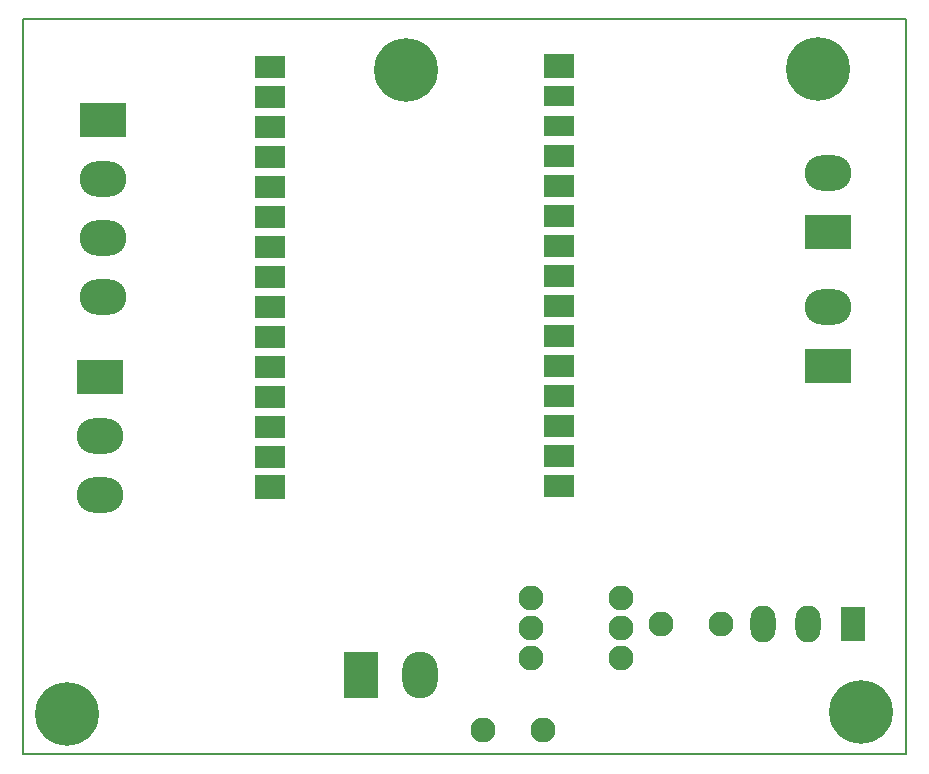
<source format=gbr>
%TF.GenerationSoftware,KiCad,Pcbnew,7.0.6*%
%TF.CreationDate,2023-08-24T16:04:52-05:00*%
%TF.ProjectId,basic_decoration_pcb,62617369-635f-4646-9563-6f726174696f,rev?*%
%TF.SameCoordinates,Original*%
%TF.FileFunction,Copper,L2,Bot*%
%TF.FilePolarity,Positive*%
%FSLAX46Y46*%
G04 Gerber Fmt 4.6, Leading zero omitted, Abs format (unit mm)*
G04 Created by KiCad (PCBNEW 7.0.6) date 2023-08-24 16:04:52*
%MOMM*%
%LPD*%
G01*
G04 APERTURE LIST*
%TA.AperFunction,NonConductor*%
%ADD10C,0.200000*%
%TD*%
%TA.AperFunction,ComponentPad*%
%ADD11R,3.960000X3.000000*%
%TD*%
%TA.AperFunction,ComponentPad*%
%ADD12O,3.960000X3.000000*%
%TD*%
%TA.AperFunction,ComponentPad*%
%ADD13C,5.400000*%
%TD*%
%TA.AperFunction,ComponentPad*%
%ADD14R,2.540000X2.100000*%
%TD*%
%TA.AperFunction,ComponentPad*%
%ADD15R,2.540000X1.740000*%
%TD*%
%TA.AperFunction,ComponentPad*%
%ADD16R,2.540000X1.950000*%
%TD*%
%TA.AperFunction,ComponentPad*%
%ADD17R,2.540000X2.000000*%
%TD*%
%TA.AperFunction,ComponentPad*%
%ADD18R,2.125000X3.000000*%
%TD*%
%TA.AperFunction,ComponentPad*%
%ADD19O,2.125000X3.125000*%
%TD*%
%TA.AperFunction,ComponentPad*%
%ADD20R,3.000000X3.960000*%
%TD*%
%TA.AperFunction,ComponentPad*%
%ADD21O,3.000000X3.960000*%
%TD*%
%TA.AperFunction,ComponentPad*%
%ADD22C,2.125000*%
%TD*%
%TA.AperFunction,ComponentPad*%
%ADD23O,2.125000X2.125000*%
%TD*%
%TA.AperFunction,Conductor*%
%ADD24C,1.333000*%
%TD*%
G04 APERTURE END LIST*
D10*
X151475560Y-48895000D02*
X226227760Y-48895000D01*
X226227760Y-111125000D01*
X151475560Y-111125000D01*
X151475560Y-48895000D01*
D11*
%TO.P,J_AC_INPUT1,1,Pin_1*%
%TO.N,AC1_IN*%
X219583000Y-78279000D03*
D12*
%TO.P,J_AC_INPUT1,2,Pin_2*%
%TO.N,AC2_IN*%
X219583000Y-73279000D03*
%TD*%
D11*
%TO.P,J_AC_LOAD1,1,Pin_1*%
%TO.N,Net-(J_AC_LOAD1-Pin_1)*%
X219583000Y-66929000D03*
D12*
%TO.P,J_AC_LOAD1,2,Pin_2*%
%TO.N,AC2_IN*%
X219583000Y-61929000D03*
%TD*%
D11*
%TO.P,Screen1,1,Pin_1*%
%TO.N,D22*%
X158227000Y-57390000D03*
D12*
%TO.P,Screen1,2,Pin_2*%
%TO.N,D21*%
X158227000Y-62390000D03*
%TO.P,Screen1,3,Pin_3*%
%TO.N,GND2*%
X158227000Y-67390000D03*
%TO.P,Screen1,4,Pin_4*%
%TO.N,3V3*%
X158227000Y-72390000D03*
%TD*%
D11*
%TO.P,J3,1,Pin_1*%
%TO.N,D19*%
X157973000Y-79154000D03*
D12*
%TO.P,J3,2,Pin_2*%
%TO.N,GND2*%
X157973000Y-84154000D03*
%TO.P,J3,3,Pin_3*%
%TO.N,3V3*%
X157973000Y-89154000D03*
%TD*%
D13*
%TO.P,H1,1*%
%TO.N,N/C*%
X218785560Y-53086000D03*
%TD*%
%TO.P,H3,1*%
%TO.N,N/C*%
X155194000Y-107696000D03*
%TD*%
D14*
%TO.P,J_esp0,1,Pin_1*%
%TO.N,EN*%
X196861960Y-52865800D03*
D15*
%TO.P,J_esp0,2,Pin_2*%
%TO.N,VP*%
X196861960Y-55405800D03*
%TO.P,J_esp0,3,Pin_3*%
%TO.N,VN*%
X196861960Y-57945800D03*
D16*
%TO.P,J_esp0,4,Pin_4*%
%TO.N,D34*%
X196861960Y-60485800D03*
%TO.P,J_esp0,5,Pin_5*%
%TO.N,D35*%
X196861960Y-63025800D03*
%TO.P,J_esp0,6,Pin_6*%
%TO.N,D32*%
X196861960Y-65565800D03*
%TO.P,J_esp0,7,Pin_7*%
%TO.N,D33*%
X196861960Y-68105800D03*
%TO.P,J_esp0,8,Pin_8*%
%TO.N,D25*%
X196861960Y-70645800D03*
%TO.P,J_esp0,9,Pin_9*%
%TO.N,D26*%
X196861960Y-73185800D03*
%TO.P,J_esp0,10,Pin_10*%
%TO.N,D27*%
X196861960Y-75725800D03*
%TO.P,J_esp0,11,Pin_11*%
%TO.N,D14*%
X196861960Y-78265800D03*
%TO.P,J_esp0,12,Pin_12*%
%TO.N,D12*%
X196861960Y-80805800D03*
%TO.P,J_esp0,13,Pin_13*%
%TO.N,D13*%
X196861960Y-83345800D03*
%TO.P,J_esp0,14,Pin_14*%
%TO.N,GND5V*%
X196861960Y-85885800D03*
%TO.P,J_esp0,15,Pin_15*%
%TO.N,5v*%
X196861960Y-88425800D03*
%TD*%
D17*
%TO.P,J_esp1,1,Pin_1*%
%TO.N,3V3*%
X172321460Y-88504800D03*
D16*
%TO.P,J_esp1,2,Pin_2*%
%TO.N,GND2*%
X172321460Y-85964800D03*
%TO.P,J_esp1,3,Pin_3*%
%TO.N,D15*%
X172321460Y-83424800D03*
%TO.P,J_esp1,4,Pin_4*%
%TO.N,D2*%
X172321460Y-80884800D03*
%TO.P,J_esp1,5,Pin_5*%
%TO.N,D4*%
X172321460Y-78344800D03*
%TO.P,J_esp1,6,Pin_6*%
%TO.N,RX2*%
X172321460Y-75804800D03*
%TO.P,J_esp1,7,Pin_7*%
%TO.N,TX2*%
X172321460Y-73264800D03*
%TO.P,J_esp1,8,Pin_8*%
%TO.N,D5*%
X172321460Y-70724800D03*
%TO.P,J_esp1,9,Pin_9*%
%TO.N,D18*%
X172321460Y-68184800D03*
%TO.P,J_esp1,10,Pin_10*%
%TO.N,D19*%
X172321460Y-65644800D03*
%TO.P,J_esp1,11,Pin_11*%
%TO.N,D21*%
X172321460Y-63104800D03*
%TO.P,J_esp1,12,Pin_12*%
%TO.N,RX0*%
X172321460Y-60564800D03*
%TO.P,J_esp1,13,Pin_13*%
%TO.N,TX0*%
X172321460Y-58024800D03*
%TO.P,J_esp1,14,Pin_14*%
%TO.N,D22*%
X172321460Y-55484800D03*
%TO.P,J_esp1,15,Pin_15*%
%TO.N,D23*%
X172321460Y-52944800D03*
%TD*%
D13*
%TO.P,H2,1*%
%TO.N,N/C*%
X222417760Y-107569000D03*
%TD*%
%TO.P,H4,1*%
%TO.N,N/C*%
X183896000Y-53213000D03*
%TD*%
D18*
%TO.P,Q1,1,A1*%
%TO.N,AC1_IN*%
X221727000Y-100118250D03*
D19*
%TO.P,Q1,2,A2*%
%TO.N,Net-(J_AC_LOAD1-Pin_1)*%
X217917000Y-100118250D03*
%TO.P,Q1,3,G*%
%TO.N,Net-(Q1-G)*%
X214107000Y-100118250D03*
%TD*%
D20*
%TO.P,5V1,1,Pin_1*%
%TO.N,5v*%
X180071000Y-104394000D03*
D21*
%TO.P,5V1,2,Pin_2*%
%TO.N,GND5V*%
X185071000Y-104394000D03*
%TD*%
D22*
%TO.P,R2,1*%
%TO.N,Net-(R2-Pad1)*%
X205492250Y-100076000D03*
D23*
%TO.P,R2,2*%
%TO.N,Net-(Q1-G)*%
X210572250Y-100076000D03*
%TD*%
D22*
%TO.P,U1,1*%
%TO.N,Net-(R1-Pad2)*%
X194437000Y-102997000D03*
%TO.P,U1,2*%
%TO.N,GND5V*%
X194437000Y-100457000D03*
%TO.P,U1,3,NC*%
%TO.N,unconnected-(U1-NC-Pad3)*%
X194437000Y-97917000D03*
%TO.P,U1,4*%
%TO.N,Net-(R2-Pad1)*%
X202057000Y-97917000D03*
%TO.P,U1,5,NC*%
%TO.N,unconnected-(U1-NC-Pad5)*%
X202057000Y-100457000D03*
%TO.P,U1,6*%
%TO.N,AC1_IN*%
X202057000Y-102997000D03*
%TD*%
%TO.P,R1,1*%
%TO.N,D18*%
X190379250Y-109093000D03*
D23*
%TO.P,R1,2*%
%TO.N,Net-(R1-Pad2)*%
X195459250Y-109093000D03*
%TD*%
D24*
%TO.N,D19*%
X157973000Y-79154000D02*
X158963000Y-79154000D01*
X158963000Y-79154000D02*
X158996000Y-79121000D01*
%TO.N,D21*%
X172307260Y-63119000D02*
X172321460Y-63104800D01*
%TD*%
M02*

</source>
